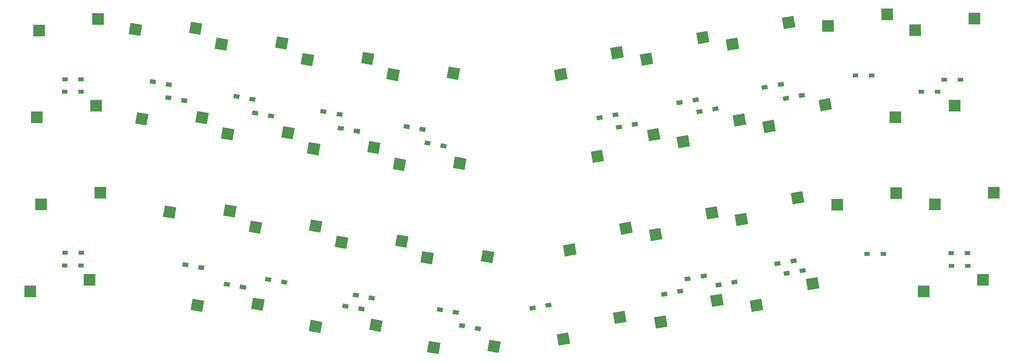
<source format=gbr>
%TF.GenerationSoftware,KiCad,Pcbnew,(5.1.6-0-10_14)*%
%TF.CreationDate,2023-03-04T09:30:32+09:00*%
%TF.ProjectId,C-13XPCB,432d3133-5850-4434-922e-6b696361645f,rev?*%
%TF.SameCoordinates,Original*%
%TF.FileFunction,Paste,Bot*%
%TF.FilePolarity,Positive*%
%FSLAX46Y46*%
G04 Gerber Fmt 4.6, Leading zero omitted, Abs format (unit mm)*
G04 Created by KiCad (PCBNEW (5.1.6-0-10_14)) date 2023-03-04 09:30:32*
%MOMM*%
%LPD*%
G01*
G04 APERTURE LIST*
%ADD10C,0.100000*%
%ADD11R,1.300000X0.950000*%
%ADD12R,2.550000X2.500000*%
G04 APERTURE END LIST*
D10*
%TO.C,SW20*%
G36*
X140328071Y-20072022D02*
G01*
X139893951Y-22534041D01*
X137382691Y-22091238D01*
X137816811Y-19629219D01*
X140328071Y-20072022D01*
G37*
G36*
X127156394Y-20328684D02*
G01*
X126722274Y-22790703D01*
X124211014Y-22347900D01*
X124645134Y-19885881D01*
X127156394Y-20328684D01*
G37*
%TD*%
%TO.C,D20*%
G36*
X134635426Y-17533138D02*
G01*
X134800392Y-16597571D01*
X136080642Y-16823314D01*
X135915676Y-17758881D01*
X134635426Y-17533138D01*
G37*
G36*
X131139358Y-16916686D02*
G01*
X131304324Y-15981119D01*
X132584574Y-16206862D01*
X132419608Y-17142429D01*
X131139358Y-16916686D01*
G37*
%TD*%
D11*
%TO.C,D1*%
X48625000Y37340000D03*
X45075000Y37340000D03*
%TD*%
%TO.C,D2*%
X45065000Y34600000D03*
X48615000Y34600000D03*
%TD*%
%TO.C,D3*%
X45135000Y-640000D03*
X48685000Y-640000D03*
%TD*%
%TO.C,D4*%
X45005000Y-3390000D03*
X48555000Y-3390000D03*
%TD*%
D10*
%TO.C,D5*%
G36*
X63539358Y36453314D02*
G01*
X63704324Y37388881D01*
X64984574Y37163138D01*
X64819608Y36227571D01*
X63539358Y36453314D01*
G37*
G36*
X67035426Y35836862D02*
G01*
X67200392Y36772429D01*
X68480642Y36546686D01*
X68315676Y35611119D01*
X67035426Y35836862D01*
G37*
%TD*%
%TO.C,D6*%
G36*
X66929358Y32963314D02*
G01*
X67094324Y33898881D01*
X68374574Y33673138D01*
X68209608Y32737571D01*
X66929358Y32963314D01*
G37*
G36*
X70425426Y32346862D02*
G01*
X70590392Y33282429D01*
X71870642Y33056686D01*
X71705676Y32121119D01*
X70425426Y32346862D01*
G37*
%TD*%
%TO.C,D7*%
G36*
X70679358Y-3606686D02*
G01*
X70844324Y-2671119D01*
X72124574Y-2896862D01*
X71959608Y-3832429D01*
X70679358Y-3606686D01*
G37*
G36*
X74175426Y-4223138D02*
G01*
X74340392Y-3287571D01*
X75620642Y-3513314D01*
X75455676Y-4448881D01*
X74175426Y-4223138D01*
G37*
%TD*%
%TO.C,D8*%
G36*
X79759358Y-7856686D02*
G01*
X79924324Y-6921119D01*
X81204574Y-7146862D01*
X81039608Y-8082429D01*
X79759358Y-7856686D01*
G37*
G36*
X83255426Y-8473138D02*
G01*
X83420392Y-7537571D01*
X84700642Y-7763314D01*
X84535676Y-8698881D01*
X83255426Y-8473138D01*
G37*
%TD*%
%TO.C,D9*%
G36*
X81829358Y33223314D02*
G01*
X81994324Y34158881D01*
X83274574Y33933138D01*
X83109608Y32997571D01*
X81829358Y33223314D01*
G37*
G36*
X85325426Y32606862D02*
G01*
X85490392Y33542429D01*
X86770642Y33316686D01*
X86605676Y32381119D01*
X85325426Y32606862D01*
G37*
%TD*%
%TO.C,D10*%
G36*
X85929358Y29583314D02*
G01*
X86094324Y30518881D01*
X87374574Y30293138D01*
X87209608Y29357571D01*
X85929358Y29583314D01*
G37*
G36*
X89425426Y28966862D02*
G01*
X89590392Y29902429D01*
X90870642Y29676686D01*
X90705676Y28741119D01*
X89425426Y28966862D01*
G37*
%TD*%
%TO.C,D11*%
G36*
X88789358Y-6776686D02*
G01*
X88954324Y-5841119D01*
X90234574Y-6066862D01*
X90069608Y-7002429D01*
X88789358Y-6776686D01*
G37*
G36*
X92285426Y-7393138D02*
G01*
X92450392Y-6457571D01*
X93730642Y-6683314D01*
X93565676Y-7618881D01*
X92285426Y-7393138D01*
G37*
%TD*%
%TO.C,D13*%
G36*
X100849358Y29933314D02*
G01*
X101014324Y30868881D01*
X102294574Y30643138D01*
X102129608Y29707571D01*
X100849358Y29933314D01*
G37*
G36*
X104345426Y29316862D02*
G01*
X104510392Y30252429D01*
X105790642Y30026686D01*
X105625676Y29091119D01*
X104345426Y29316862D01*
G37*
%TD*%
%TO.C,D14*%
G36*
X104649358Y26273314D02*
G01*
X104814324Y27208881D01*
X106094574Y26983138D01*
X105929608Y26047571D01*
X104649358Y26273314D01*
G37*
G36*
X108145426Y25656862D02*
G01*
X108310392Y26592429D01*
X109590642Y26366686D01*
X109425676Y25431119D01*
X108145426Y25656862D01*
G37*
%TD*%
%TO.C,D15*%
G36*
X107909358Y-10236686D02*
G01*
X108074324Y-9301119D01*
X109354574Y-9526862D01*
X109189608Y-10462429D01*
X107909358Y-10236686D01*
G37*
G36*
X111405426Y-10853138D02*
G01*
X111570392Y-9917571D01*
X112850642Y-10143314D01*
X112685676Y-11078881D01*
X111405426Y-10853138D01*
G37*
%TD*%
%TO.C,D16*%
G36*
X105659358Y-12626686D02*
G01*
X105824324Y-11691119D01*
X107104574Y-11916862D01*
X106939608Y-12852429D01*
X105659358Y-12626686D01*
G37*
G36*
X109155426Y-13243138D02*
G01*
X109320392Y-12307571D01*
X110600642Y-12533314D01*
X110435676Y-13468881D01*
X109155426Y-13243138D01*
G37*
%TD*%
%TO.C,D17*%
G36*
X119009358Y26643314D02*
G01*
X119174324Y27578881D01*
X120454574Y27353138D01*
X120289608Y26417571D01*
X119009358Y26643314D01*
G37*
G36*
X122505426Y26026862D02*
G01*
X122670392Y26962429D01*
X123950642Y26736686D01*
X123785676Y25801119D01*
X122505426Y26026862D01*
G37*
%TD*%
%TO.C,D18*%
G36*
X123569358Y23043314D02*
G01*
X123734324Y23978881D01*
X125014574Y23753138D01*
X124849608Y22817571D01*
X123569358Y23043314D01*
G37*
G36*
X127065426Y22426862D02*
G01*
X127230392Y23362429D01*
X128510642Y23136686D01*
X128345676Y22201119D01*
X127065426Y22426862D01*
G37*
%TD*%
%TO.C,D19*%
G36*
X126309358Y-13386686D02*
G01*
X126474324Y-12451119D01*
X127754574Y-12676862D01*
X127589608Y-13612429D01*
X126309358Y-13386686D01*
G37*
G36*
X129805426Y-14003138D02*
G01*
X129970392Y-13067571D01*
X131250642Y-13293314D01*
X131085676Y-14228881D01*
X129805426Y-14003138D01*
G37*
%TD*%
%TO.C,D21*%
G36*
X161344324Y28381119D02*
G01*
X161179358Y29316686D01*
X162459608Y29542429D01*
X162624574Y28606862D01*
X161344324Y28381119D01*
G37*
G36*
X164840392Y28997571D02*
G01*
X164675426Y29933138D01*
X165955676Y30158881D01*
X166120642Y29223314D01*
X164840392Y28997571D01*
G37*
%TD*%
%TO.C,D22*%
G36*
X169070392Y26907571D02*
G01*
X168905426Y27843138D01*
X170185676Y28068881D01*
X170350642Y27133314D01*
X169070392Y26907571D01*
G37*
G36*
X165574324Y26291119D02*
G01*
X165409358Y27226686D01*
X166689608Y27452429D01*
X166854574Y26516862D01*
X165574324Y26291119D01*
G37*
%TD*%
%TO.C,D23*%
G36*
X150200392Y-12662429D02*
G01*
X150035426Y-11726862D01*
X151315676Y-11501119D01*
X151480642Y-12436686D01*
X150200392Y-12662429D01*
G37*
G36*
X146704324Y-13278881D02*
G01*
X146539358Y-12343314D01*
X147819608Y-12117571D01*
X147984574Y-13053138D01*
X146704324Y-13278881D01*
G37*
%TD*%
%TO.C,D24*%
G36*
X178960392Y-9602429D02*
G01*
X178795426Y-8666862D01*
X180075676Y-8441119D01*
X180240642Y-9376686D01*
X178960392Y-9602429D01*
G37*
G36*
X175464324Y-10218881D02*
G01*
X175299358Y-9283314D01*
X176579608Y-9057571D01*
X176744574Y-9993138D01*
X175464324Y-10218881D01*
G37*
%TD*%
%TO.C,D25*%
G36*
X182330392Y32267571D02*
G01*
X182165426Y33203138D01*
X183445676Y33428881D01*
X183610642Y32493314D01*
X182330392Y32267571D01*
G37*
G36*
X178834324Y31651119D02*
G01*
X178669358Y32586686D01*
X179949608Y32812429D01*
X180114574Y31876862D01*
X178834324Y31651119D01*
G37*
%TD*%
%TO.C,D26*%
G36*
X186680392Y30297571D02*
G01*
X186515426Y31233138D01*
X187795676Y31458881D01*
X187960642Y30523314D01*
X186680392Y30297571D01*
G37*
G36*
X183184324Y29681119D02*
G01*
X183019358Y30616686D01*
X184299608Y30842429D01*
X184464574Y29906862D01*
X183184324Y29681119D01*
G37*
%TD*%
%TO.C,D27*%
G36*
X184100392Y-6282429D02*
G01*
X183935426Y-5346862D01*
X185215676Y-5121119D01*
X185380642Y-6056686D01*
X184100392Y-6282429D01*
G37*
G36*
X180604324Y-6898881D02*
G01*
X180439358Y-5963314D01*
X181719608Y-5737571D01*
X181884574Y-6673138D01*
X180604324Y-6898881D01*
G37*
%TD*%
%TO.C,D28*%
G36*
X190830392Y-7622429D02*
G01*
X190665426Y-6686862D01*
X191945676Y-6461119D01*
X192110642Y-7396686D01*
X190830392Y-7622429D01*
G37*
G36*
X187334324Y-8238881D02*
G01*
X187169358Y-7303314D01*
X188449608Y-7077571D01*
X188614574Y-8013138D01*
X187334324Y-8238881D01*
G37*
%TD*%
%TO.C,D29*%
G36*
X200950392Y35637571D02*
G01*
X200785426Y36573138D01*
X202065676Y36798881D01*
X202230642Y35863314D01*
X200950392Y35637571D01*
G37*
G36*
X197454324Y35021119D02*
G01*
X197289358Y35956686D01*
X198569608Y36182429D01*
X198734574Y35246862D01*
X197454324Y35021119D01*
G37*
%TD*%
%TO.C,D30*%
G36*
X205560392Y33227571D02*
G01*
X205395426Y34163138D01*
X206675676Y34388881D01*
X206840642Y33453314D01*
X205560392Y33227571D01*
G37*
G36*
X202064324Y32611119D02*
G01*
X201899358Y33546686D01*
X203179608Y33772429D01*
X203344574Y32836862D01*
X202064324Y32611119D01*
G37*
%TD*%
%TO.C,D31*%
G36*
X203740392Y-2962429D02*
G01*
X203575426Y-2026862D01*
X204855676Y-1801119D01*
X205020642Y-2736686D01*
X203740392Y-2962429D01*
G37*
G36*
X200244324Y-3578881D02*
G01*
X200079358Y-2643314D01*
X201359608Y-2417571D01*
X201524574Y-3353138D01*
X200244324Y-3578881D01*
G37*
%TD*%
%TO.C,D32*%
G36*
X205740392Y-5082429D02*
G01*
X205575426Y-4146862D01*
X206855676Y-3921119D01*
X207020642Y-4856686D01*
X205740392Y-5082429D01*
G37*
G36*
X202244324Y-5698881D02*
G01*
X202079358Y-4763314D01*
X203359608Y-4537571D01*
X203524574Y-5473138D01*
X202244324Y-5698881D01*
G37*
%TD*%
D11*
%TO.C,D33*%
X221395000Y38140000D03*
X217845000Y38140000D03*
%TD*%
%TO.C,D34*%
X235785000Y34630000D03*
X232235000Y34630000D03*
%TD*%
%TO.C,D35*%
X223905000Y-880000D03*
X220355000Y-880000D03*
%TD*%
%TO.C,D37*%
X240795000Y37240000D03*
X237245000Y37240000D03*
%TD*%
%TO.C,D39*%
X242295000Y-710000D03*
X238745000Y-710000D03*
%TD*%
%TO.C,D40*%
X242405000Y-3470000D03*
X238855000Y-3470000D03*
%TD*%
D12*
%TO.C,SW1*%
X52332000Y50570000D03*
X39405000Y48030000D03*
%TD*%
%TO.C,SW2*%
X38925000Y29060000D03*
X51852000Y31600000D03*
%TD*%
%TO.C,SW3*%
X39875000Y9950000D03*
X52802000Y12490000D03*
%TD*%
%TO.C,SW4*%
X37495000Y-9100000D03*
X50422000Y-6560000D03*
%TD*%
D10*
%TO.C,SW5*%
G36*
X61956393Y49281317D02*
G01*
X61522273Y46819298D01*
X59011013Y47262101D01*
X59445133Y49724120D01*
X61956393Y49281317D01*
G37*
G36*
X75128070Y49537979D02*
G01*
X74693950Y47075960D01*
X72182690Y47518763D01*
X72616810Y49980782D01*
X75128070Y49537979D01*
G37*
%TD*%
%TO.C,SW6*%
G36*
X63346393Y29681317D02*
G01*
X62912273Y27219298D01*
X60401013Y27662101D01*
X60835133Y30124120D01*
X63346393Y29681317D01*
G37*
G36*
X76518070Y29937979D02*
G01*
X76083950Y27475960D01*
X73572690Y27918763D01*
X74006810Y30380782D01*
X76518070Y29937979D01*
G37*
%TD*%
%TO.C,SW7*%
G36*
X69436393Y9321317D02*
G01*
X69002273Y6859298D01*
X66491013Y7302101D01*
X66925133Y9764120D01*
X69436393Y9321317D01*
G37*
G36*
X82608070Y9577979D02*
G01*
X82173950Y7115960D01*
X79662690Y7558763D01*
X80096810Y10020782D01*
X82608070Y9577979D01*
G37*
%TD*%
%TO.C,SW8*%
G36*
X75516393Y-11118683D02*
G01*
X75082273Y-13580702D01*
X72571013Y-13137899D01*
X73005133Y-10675880D01*
X75516393Y-11118683D01*
G37*
G36*
X88688070Y-10862021D02*
G01*
X88253950Y-13324040D01*
X85742690Y-12881237D01*
X86176810Y-10419218D01*
X88688070Y-10862021D01*
G37*
%TD*%
%TO.C,SW9*%
G36*
X80756393Y46021317D02*
G01*
X80322273Y43559298D01*
X77811013Y44002101D01*
X78245133Y46464120D01*
X80756393Y46021317D01*
G37*
G36*
X93928070Y46277979D02*
G01*
X93493950Y43815960D01*
X90982690Y44258763D01*
X91416810Y46720782D01*
X93928070Y46277979D01*
G37*
%TD*%
%TO.C,SW10*%
G36*
X82116393Y26371317D02*
G01*
X81682273Y23909298D01*
X79171013Y24352101D01*
X79605133Y26814120D01*
X82116393Y26371317D01*
G37*
G36*
X95288070Y26627979D02*
G01*
X94853950Y24165960D01*
X92342690Y24608763D01*
X92776810Y27070782D01*
X95288070Y26627979D01*
G37*
%TD*%
%TO.C,SW11*%
G36*
X88176393Y6021317D02*
G01*
X87742273Y3559298D01*
X85231013Y4002101D01*
X85665133Y6464120D01*
X88176393Y6021317D01*
G37*
G36*
X101348070Y6277979D02*
G01*
X100913950Y3815960D01*
X98402690Y4258763D01*
X98836810Y6720782D01*
X101348070Y6277979D01*
G37*
%TD*%
%TO.C,SW13*%
G36*
X99536393Y42661317D02*
G01*
X99102273Y40199298D01*
X96591013Y40642101D01*
X97025133Y43104120D01*
X99536393Y42661317D01*
G37*
G36*
X112708070Y42917979D02*
G01*
X112273950Y40455960D01*
X109762690Y40898763D01*
X110196810Y43360782D01*
X112708070Y42917979D01*
G37*
%TD*%
%TO.C,SW14*%
G36*
X100886393Y23151317D02*
G01*
X100452273Y20689298D01*
X97941013Y21132101D01*
X98375133Y23594120D01*
X100886393Y23151317D01*
G37*
G36*
X114058070Y23407979D02*
G01*
X113623950Y20945960D01*
X111112690Y21388763D01*
X111546810Y23850782D01*
X114058070Y23407979D01*
G37*
%TD*%
%TO.C,SW15*%
G36*
X106996393Y2691317D02*
G01*
X106562273Y229298D01*
X104051013Y672101D01*
X104485133Y3134120D01*
X106996393Y2691317D01*
G37*
G36*
X120168070Y2947979D02*
G01*
X119733950Y485960D01*
X117222690Y928763D01*
X117656810Y3390782D01*
X120168070Y2947979D01*
G37*
%TD*%
%TO.C,SW16*%
G36*
X101336393Y-15718683D02*
G01*
X100902273Y-18180702D01*
X98391013Y-17737899D01*
X98825133Y-15275880D01*
X101336393Y-15718683D01*
G37*
G36*
X114508070Y-15462021D02*
G01*
X114073950Y-17924040D01*
X111562690Y-17481237D01*
X111996810Y-15019218D01*
X114508070Y-15462021D01*
G37*
%TD*%
%TO.C,SW17*%
G36*
X118266393Y39401317D02*
G01*
X117832273Y36939298D01*
X115321013Y37382101D01*
X115755133Y39844120D01*
X118266393Y39401317D01*
G37*
G36*
X131438070Y39657979D02*
G01*
X131003950Y37195960D01*
X128492690Y37638763D01*
X128926810Y40100782D01*
X131438070Y39657979D01*
G37*
%TD*%
%TO.C,SW18*%
G36*
X119646393Y19741317D02*
G01*
X119212273Y17279298D01*
X116701013Y17722101D01*
X117135133Y20184120D01*
X119646393Y19741317D01*
G37*
G36*
X132818070Y19997979D02*
G01*
X132383950Y17535960D01*
X129872690Y17978763D01*
X130306810Y20440782D01*
X132818070Y19997979D01*
G37*
%TD*%
%TO.C,SW19*%
G36*
X125726393Y-678683D02*
G01*
X125292273Y-3140702D01*
X122781013Y-2697899D01*
X123215133Y-235880D01*
X125726393Y-678683D01*
G37*
G36*
X138898070Y-422021D02*
G01*
X138463950Y-2884040D01*
X135952690Y-2441237D01*
X136386810Y20782D01*
X138898070Y-422021D01*
G37*
%TD*%
%TO.C,SW21*%
G36*
X166779684Y44589687D02*
G01*
X167213804Y42127668D01*
X164702544Y41684865D01*
X164268424Y44146884D01*
X166779684Y44589687D01*
G37*
G36*
X154490141Y39843525D02*
G01*
X154924261Y37381506D01*
X152413001Y36938703D01*
X151978881Y39400722D01*
X154490141Y39843525D01*
G37*
%TD*%
%TO.C,SW22*%
G36*
X162490141Y21953525D02*
G01*
X162924261Y19491506D01*
X160413001Y19048703D01*
X159978881Y21510722D01*
X162490141Y21953525D01*
G37*
G36*
X174779684Y26699687D02*
G01*
X175213804Y24237668D01*
X172702544Y23794865D01*
X172268424Y26256884D01*
X174779684Y26699687D01*
G37*
%TD*%
%TO.C,SW23*%
G36*
X168729684Y6229687D02*
G01*
X169163804Y3767668D01*
X166652544Y3324865D01*
X166218424Y5786884D01*
X168729684Y6229687D01*
G37*
G36*
X156440141Y1483525D02*
G01*
X156874261Y-978494D01*
X154363001Y-1421297D01*
X153928881Y1040722D01*
X156440141Y1483525D01*
G37*
%TD*%
%TO.C,SW24*%
G36*
X167339684Y-13290313D02*
G01*
X167773804Y-15752332D01*
X165262544Y-16195135D01*
X164828424Y-13733116D01*
X167339684Y-13290313D01*
G37*
G36*
X155050141Y-18036475D02*
G01*
X155484261Y-20498494D01*
X152973001Y-20941297D01*
X152538881Y-18479278D01*
X155050141Y-18036475D01*
G37*
%TD*%
%TO.C,SW25*%
G36*
X185509684Y47929687D02*
G01*
X185943804Y45467668D01*
X183432544Y45024865D01*
X182998424Y47486884D01*
X185509684Y47929687D01*
G37*
G36*
X173220141Y43183525D02*
G01*
X173654261Y40721506D01*
X171143001Y40278703D01*
X170708881Y42740722D01*
X173220141Y43183525D01*
G37*
%TD*%
%TO.C,SW26*%
G36*
X193529684Y29919687D02*
G01*
X193963804Y27457668D01*
X191452544Y27014865D01*
X191018424Y29476884D01*
X193529684Y29919687D01*
G37*
G36*
X181240141Y25173525D02*
G01*
X181674261Y22711506D01*
X179163001Y22268703D01*
X178728881Y24730722D01*
X181240141Y25173525D01*
G37*
%TD*%
%TO.C,SW27*%
G36*
X187489684Y9569687D02*
G01*
X187923804Y7107668D01*
X185412544Y6664865D01*
X184978424Y9126884D01*
X187489684Y9569687D01*
G37*
G36*
X175200141Y4823525D02*
G01*
X175634261Y2361506D01*
X173123001Y1918703D01*
X172688881Y4380722D01*
X175200141Y4823525D01*
G37*
%TD*%
%TO.C,SW28*%
G36*
X188609684Y-9540313D02*
G01*
X189043804Y-12002332D01*
X186532544Y-12445135D01*
X186098424Y-9983116D01*
X188609684Y-9540313D01*
G37*
G36*
X176320141Y-14286475D02*
G01*
X176754261Y-16748494D01*
X174243001Y-17191297D01*
X173808881Y-14729278D01*
X176320141Y-14286475D01*
G37*
%TD*%
%TO.C,SW29*%
G36*
X204289684Y51229687D02*
G01*
X204723804Y48767668D01*
X202212544Y48324865D01*
X201778424Y50786884D01*
X204289684Y51229687D01*
G37*
G36*
X192000141Y46483525D02*
G01*
X192434261Y44021506D01*
X189923001Y43578703D01*
X189488881Y46040722D01*
X192000141Y46483525D01*
G37*
%TD*%
%TO.C,SW30*%
G36*
X212269684Y33229687D02*
G01*
X212703804Y30767668D01*
X210192544Y30324865D01*
X209758424Y32786884D01*
X212269684Y33229687D01*
G37*
G36*
X199980141Y28483525D02*
G01*
X200414261Y26021506D01*
X197903001Y25578703D01*
X197468881Y28040722D01*
X199980141Y28483525D01*
G37*
%TD*%
%TO.C,SW31*%
G36*
X206219684Y12849687D02*
G01*
X206653804Y10387668D01*
X204142544Y9944865D01*
X203708424Y12406884D01*
X206219684Y12849687D01*
G37*
G36*
X193930141Y8103525D02*
G01*
X194364261Y5641506D01*
X191853001Y5198703D01*
X191418881Y7660722D01*
X193930141Y8103525D01*
G37*
%TD*%
%TO.C,SW32*%
G36*
X209529684Y-5910313D02*
G01*
X209963804Y-8372332D01*
X207452544Y-8815135D01*
X207018424Y-6353116D01*
X209529684Y-5910313D01*
G37*
G36*
X197240141Y-10656475D02*
G01*
X197674261Y-13118494D01*
X195163001Y-13561297D01*
X194728881Y-11099278D01*
X197240141Y-10656475D01*
G37*
%TD*%
D12*
%TO.C,SW33*%
X224742000Y51540000D03*
X211815000Y49000000D03*
%TD*%
%TO.C,SW34*%
X239492000Y31540000D03*
X226565000Y29000000D03*
%TD*%
%TO.C,SW35*%
X226762000Y12460000D03*
X213835000Y9920000D03*
%TD*%
%TO.C,SW37*%
X243830000Y50600000D03*
X230903000Y48060000D03*
%TD*%
%TO.C,SW39*%
X248092000Y12490000D03*
X235165000Y9950000D03*
%TD*%
%TO.C,SW40*%
X245652000Y-6570000D03*
X232725000Y-9110000D03*
%TD*%
M02*

</source>
